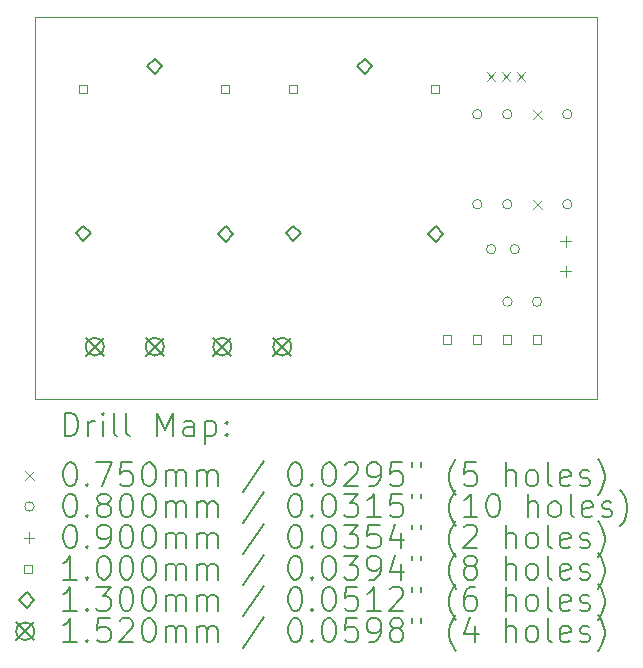
<source format=gbr>
%TF.GenerationSoftware,KiCad,Pcbnew,6.0.10-86aedd382b~118~ubuntu20.04.1*%
%TF.CreationDate,2023-01-04T14:32:27+02:00*%
%TF.ProjectId,PSU controller,50535520-636f-46e7-9472-6f6c6c65722e,rev?*%
%TF.SameCoordinates,Original*%
%TF.FileFunction,Drillmap*%
%TF.FilePolarity,Positive*%
%FSLAX45Y45*%
G04 Gerber Fmt 4.5, Leading zero omitted, Abs format (unit mm)*
G04 Created by KiCad (PCBNEW 6.0.10-86aedd382b~118~ubuntu20.04.1) date 2023-01-04 14:32:27*
%MOMM*%
%LPD*%
G01*
G04 APERTURE LIST*
%ADD10C,0.100000*%
%ADD11C,0.200000*%
%ADD12C,0.075000*%
%ADD13C,0.080000*%
%ADD14C,0.090000*%
%ADD15C,0.130000*%
%ADD16C,0.152000*%
G04 APERTURE END LIST*
D10*
X12446000Y-10922000D02*
X17208500Y-10922000D01*
X17208500Y-12636500D02*
X17208500Y-14160500D01*
X17208500Y-10922000D02*
X17208500Y-12573000D01*
X12446000Y-14160500D02*
X12446000Y-10922000D01*
X17208500Y-12573000D02*
X17208500Y-12636500D01*
X17208500Y-14160500D02*
X12446000Y-14160500D01*
D11*
D12*
X16271042Y-11392500D02*
X16346042Y-11467500D01*
X16346042Y-11392500D02*
X16271042Y-11467500D01*
X16398042Y-11392500D02*
X16473042Y-11467500D01*
X16473042Y-11392500D02*
X16398042Y-11467500D01*
X16525042Y-11392500D02*
X16600042Y-11467500D01*
X16600042Y-11392500D02*
X16525042Y-11467500D01*
X16663000Y-11710500D02*
X16738000Y-11785500D01*
X16738000Y-11710500D02*
X16663000Y-11785500D01*
X16663000Y-12472500D02*
X16738000Y-12547500D01*
X16738000Y-12472500D02*
X16663000Y-12547500D01*
D13*
X16232500Y-11747500D02*
G75*
G03*
X16232500Y-11747500I-40000J0D01*
G01*
X16232500Y-12509500D02*
G75*
G03*
X16232500Y-12509500I-40000J0D01*
G01*
X16350000Y-12890500D02*
G75*
G03*
X16350000Y-12890500I-40000J0D01*
G01*
X16486500Y-11747500D02*
G75*
G03*
X16486500Y-11747500I-40000J0D01*
G01*
X16486500Y-12509500D02*
G75*
G03*
X16486500Y-12509500I-40000J0D01*
G01*
X16488500Y-13335000D02*
G75*
G03*
X16488500Y-13335000I-40000J0D01*
G01*
X16550000Y-12890500D02*
G75*
G03*
X16550000Y-12890500I-40000J0D01*
G01*
X16738500Y-13335000D02*
G75*
G03*
X16738500Y-13335000I-40000J0D01*
G01*
X16994500Y-11747500D02*
G75*
G03*
X16994500Y-11747500I-40000J0D01*
G01*
X16994500Y-12509500D02*
G75*
G03*
X16994500Y-12509500I-40000J0D01*
G01*
D14*
X16941800Y-12779100D02*
X16941800Y-12869100D01*
X16896800Y-12824100D02*
X16986800Y-12824100D01*
X16941800Y-13033100D02*
X16941800Y-13123100D01*
X16896800Y-13078100D02*
X16986800Y-13078100D01*
D10*
X12892356Y-11572356D02*
X12892356Y-11501644D01*
X12821644Y-11501644D01*
X12821644Y-11572356D01*
X12892356Y-11572356D01*
X14092356Y-11572356D02*
X14092356Y-11501644D01*
X14021644Y-11501644D01*
X14021644Y-11572356D01*
X14092356Y-11572356D01*
X14670356Y-11572356D02*
X14670356Y-11501644D01*
X14599644Y-11501644D01*
X14599644Y-11572356D01*
X14670356Y-11572356D01*
X15870356Y-11572356D02*
X15870356Y-11501644D01*
X15799644Y-11501644D01*
X15799644Y-11572356D01*
X15870356Y-11572356D01*
X15972856Y-13690356D02*
X15972856Y-13619644D01*
X15902144Y-13619644D01*
X15902144Y-13690356D01*
X15972856Y-13690356D01*
X16226856Y-13690356D02*
X16226856Y-13619644D01*
X16156144Y-13619644D01*
X16156144Y-13690356D01*
X16226856Y-13690356D01*
X16480856Y-13690356D02*
X16480856Y-13619644D01*
X16410144Y-13619644D01*
X16410144Y-13690356D01*
X16480856Y-13690356D01*
X16734856Y-13690356D02*
X16734856Y-13619644D01*
X16664144Y-13619644D01*
X16664144Y-13690356D01*
X16734856Y-13690356D01*
D15*
X12857000Y-12822000D02*
X12922000Y-12757000D01*
X12857000Y-12692000D01*
X12792000Y-12757000D01*
X12857000Y-12822000D01*
X13462000Y-11407000D02*
X13527000Y-11342000D01*
X13462000Y-11277000D01*
X13397000Y-11342000D01*
X13462000Y-11407000D01*
X14062000Y-12827000D02*
X14127000Y-12762000D01*
X14062000Y-12697000D01*
X13997000Y-12762000D01*
X14062000Y-12827000D01*
X14635000Y-12822000D02*
X14700000Y-12757000D01*
X14635000Y-12692000D01*
X14570000Y-12757000D01*
X14635000Y-12822000D01*
X15240000Y-11407000D02*
X15305000Y-11342000D01*
X15240000Y-11277000D01*
X15175000Y-11342000D01*
X15240000Y-11407000D01*
X15840000Y-12827000D02*
X15905000Y-12762000D01*
X15840000Y-12697000D01*
X15775000Y-12762000D01*
X15840000Y-12827000D01*
D16*
X12878000Y-13640000D02*
X13030000Y-13792000D01*
X13030000Y-13640000D02*
X12878000Y-13792000D01*
X13030000Y-13716000D02*
G75*
G03*
X13030000Y-13716000I-76000J0D01*
G01*
X13386000Y-13640000D02*
X13538000Y-13792000D01*
X13538000Y-13640000D02*
X13386000Y-13792000D01*
X13538000Y-13716000D02*
G75*
G03*
X13538000Y-13716000I-76000J0D01*
G01*
X13957500Y-13640000D02*
X14109500Y-13792000D01*
X14109500Y-13640000D02*
X13957500Y-13792000D01*
X14109500Y-13716000D02*
G75*
G03*
X14109500Y-13716000I-76000J0D01*
G01*
X14465500Y-13640000D02*
X14617500Y-13792000D01*
X14617500Y-13640000D02*
X14465500Y-13792000D01*
X14617500Y-13716000D02*
G75*
G03*
X14617500Y-13716000I-76000J0D01*
G01*
D11*
X12698619Y-14475976D02*
X12698619Y-14275976D01*
X12746238Y-14275976D01*
X12774809Y-14285500D01*
X12793857Y-14304548D01*
X12803381Y-14323595D01*
X12812905Y-14361690D01*
X12812905Y-14390262D01*
X12803381Y-14428357D01*
X12793857Y-14447405D01*
X12774809Y-14466452D01*
X12746238Y-14475976D01*
X12698619Y-14475976D01*
X12898619Y-14475976D02*
X12898619Y-14342643D01*
X12898619Y-14380738D02*
X12908143Y-14361690D01*
X12917667Y-14352167D01*
X12936714Y-14342643D01*
X12955762Y-14342643D01*
X13022428Y-14475976D02*
X13022428Y-14342643D01*
X13022428Y-14275976D02*
X13012905Y-14285500D01*
X13022428Y-14295024D01*
X13031952Y-14285500D01*
X13022428Y-14275976D01*
X13022428Y-14295024D01*
X13146238Y-14475976D02*
X13127190Y-14466452D01*
X13117667Y-14447405D01*
X13117667Y-14275976D01*
X13251000Y-14475976D02*
X13231952Y-14466452D01*
X13222428Y-14447405D01*
X13222428Y-14275976D01*
X13479571Y-14475976D02*
X13479571Y-14275976D01*
X13546238Y-14418833D01*
X13612905Y-14275976D01*
X13612905Y-14475976D01*
X13793857Y-14475976D02*
X13793857Y-14371214D01*
X13784333Y-14352167D01*
X13765286Y-14342643D01*
X13727190Y-14342643D01*
X13708143Y-14352167D01*
X13793857Y-14466452D02*
X13774809Y-14475976D01*
X13727190Y-14475976D01*
X13708143Y-14466452D01*
X13698619Y-14447405D01*
X13698619Y-14428357D01*
X13708143Y-14409309D01*
X13727190Y-14399786D01*
X13774809Y-14399786D01*
X13793857Y-14390262D01*
X13889095Y-14342643D02*
X13889095Y-14542643D01*
X13889095Y-14352167D02*
X13908143Y-14342643D01*
X13946238Y-14342643D01*
X13965286Y-14352167D01*
X13974809Y-14361690D01*
X13984333Y-14380738D01*
X13984333Y-14437881D01*
X13974809Y-14456928D01*
X13965286Y-14466452D01*
X13946238Y-14475976D01*
X13908143Y-14475976D01*
X13889095Y-14466452D01*
X14070048Y-14456928D02*
X14079571Y-14466452D01*
X14070048Y-14475976D01*
X14060524Y-14466452D01*
X14070048Y-14456928D01*
X14070048Y-14475976D01*
X14070048Y-14352167D02*
X14079571Y-14361690D01*
X14070048Y-14371214D01*
X14060524Y-14361690D01*
X14070048Y-14352167D01*
X14070048Y-14371214D01*
D12*
X12366000Y-14768000D02*
X12441000Y-14843000D01*
X12441000Y-14768000D02*
X12366000Y-14843000D01*
D11*
X12736714Y-14695976D02*
X12755762Y-14695976D01*
X12774809Y-14705500D01*
X12784333Y-14715024D01*
X12793857Y-14734071D01*
X12803381Y-14772167D01*
X12803381Y-14819786D01*
X12793857Y-14857881D01*
X12784333Y-14876928D01*
X12774809Y-14886452D01*
X12755762Y-14895976D01*
X12736714Y-14895976D01*
X12717667Y-14886452D01*
X12708143Y-14876928D01*
X12698619Y-14857881D01*
X12689095Y-14819786D01*
X12689095Y-14772167D01*
X12698619Y-14734071D01*
X12708143Y-14715024D01*
X12717667Y-14705500D01*
X12736714Y-14695976D01*
X12889095Y-14876928D02*
X12898619Y-14886452D01*
X12889095Y-14895976D01*
X12879571Y-14886452D01*
X12889095Y-14876928D01*
X12889095Y-14895976D01*
X12965286Y-14695976D02*
X13098619Y-14695976D01*
X13012905Y-14895976D01*
X13270048Y-14695976D02*
X13174809Y-14695976D01*
X13165286Y-14791214D01*
X13174809Y-14781690D01*
X13193857Y-14772167D01*
X13241476Y-14772167D01*
X13260524Y-14781690D01*
X13270048Y-14791214D01*
X13279571Y-14810262D01*
X13279571Y-14857881D01*
X13270048Y-14876928D01*
X13260524Y-14886452D01*
X13241476Y-14895976D01*
X13193857Y-14895976D01*
X13174809Y-14886452D01*
X13165286Y-14876928D01*
X13403381Y-14695976D02*
X13422428Y-14695976D01*
X13441476Y-14705500D01*
X13451000Y-14715024D01*
X13460524Y-14734071D01*
X13470048Y-14772167D01*
X13470048Y-14819786D01*
X13460524Y-14857881D01*
X13451000Y-14876928D01*
X13441476Y-14886452D01*
X13422428Y-14895976D01*
X13403381Y-14895976D01*
X13384333Y-14886452D01*
X13374809Y-14876928D01*
X13365286Y-14857881D01*
X13355762Y-14819786D01*
X13355762Y-14772167D01*
X13365286Y-14734071D01*
X13374809Y-14715024D01*
X13384333Y-14705500D01*
X13403381Y-14695976D01*
X13555762Y-14895976D02*
X13555762Y-14762643D01*
X13555762Y-14781690D02*
X13565286Y-14772167D01*
X13584333Y-14762643D01*
X13612905Y-14762643D01*
X13631952Y-14772167D01*
X13641476Y-14791214D01*
X13641476Y-14895976D01*
X13641476Y-14791214D02*
X13651000Y-14772167D01*
X13670048Y-14762643D01*
X13698619Y-14762643D01*
X13717667Y-14772167D01*
X13727190Y-14791214D01*
X13727190Y-14895976D01*
X13822428Y-14895976D02*
X13822428Y-14762643D01*
X13822428Y-14781690D02*
X13831952Y-14772167D01*
X13851000Y-14762643D01*
X13879571Y-14762643D01*
X13898619Y-14772167D01*
X13908143Y-14791214D01*
X13908143Y-14895976D01*
X13908143Y-14791214D02*
X13917667Y-14772167D01*
X13936714Y-14762643D01*
X13965286Y-14762643D01*
X13984333Y-14772167D01*
X13993857Y-14791214D01*
X13993857Y-14895976D01*
X14384333Y-14686452D02*
X14212905Y-14943595D01*
X14641476Y-14695976D02*
X14660524Y-14695976D01*
X14679571Y-14705500D01*
X14689095Y-14715024D01*
X14698619Y-14734071D01*
X14708143Y-14772167D01*
X14708143Y-14819786D01*
X14698619Y-14857881D01*
X14689095Y-14876928D01*
X14679571Y-14886452D01*
X14660524Y-14895976D01*
X14641476Y-14895976D01*
X14622428Y-14886452D01*
X14612905Y-14876928D01*
X14603381Y-14857881D01*
X14593857Y-14819786D01*
X14593857Y-14772167D01*
X14603381Y-14734071D01*
X14612905Y-14715024D01*
X14622428Y-14705500D01*
X14641476Y-14695976D01*
X14793857Y-14876928D02*
X14803381Y-14886452D01*
X14793857Y-14895976D01*
X14784333Y-14886452D01*
X14793857Y-14876928D01*
X14793857Y-14895976D01*
X14927190Y-14695976D02*
X14946238Y-14695976D01*
X14965286Y-14705500D01*
X14974809Y-14715024D01*
X14984333Y-14734071D01*
X14993857Y-14772167D01*
X14993857Y-14819786D01*
X14984333Y-14857881D01*
X14974809Y-14876928D01*
X14965286Y-14886452D01*
X14946238Y-14895976D01*
X14927190Y-14895976D01*
X14908143Y-14886452D01*
X14898619Y-14876928D01*
X14889095Y-14857881D01*
X14879571Y-14819786D01*
X14879571Y-14772167D01*
X14889095Y-14734071D01*
X14898619Y-14715024D01*
X14908143Y-14705500D01*
X14927190Y-14695976D01*
X15070048Y-14715024D02*
X15079571Y-14705500D01*
X15098619Y-14695976D01*
X15146238Y-14695976D01*
X15165286Y-14705500D01*
X15174809Y-14715024D01*
X15184333Y-14734071D01*
X15184333Y-14753119D01*
X15174809Y-14781690D01*
X15060524Y-14895976D01*
X15184333Y-14895976D01*
X15279571Y-14895976D02*
X15317667Y-14895976D01*
X15336714Y-14886452D01*
X15346238Y-14876928D01*
X15365286Y-14848357D01*
X15374809Y-14810262D01*
X15374809Y-14734071D01*
X15365286Y-14715024D01*
X15355762Y-14705500D01*
X15336714Y-14695976D01*
X15298619Y-14695976D01*
X15279571Y-14705500D01*
X15270048Y-14715024D01*
X15260524Y-14734071D01*
X15260524Y-14781690D01*
X15270048Y-14800738D01*
X15279571Y-14810262D01*
X15298619Y-14819786D01*
X15336714Y-14819786D01*
X15355762Y-14810262D01*
X15365286Y-14800738D01*
X15374809Y-14781690D01*
X15555762Y-14695976D02*
X15460524Y-14695976D01*
X15451000Y-14791214D01*
X15460524Y-14781690D01*
X15479571Y-14772167D01*
X15527190Y-14772167D01*
X15546238Y-14781690D01*
X15555762Y-14791214D01*
X15565286Y-14810262D01*
X15565286Y-14857881D01*
X15555762Y-14876928D01*
X15546238Y-14886452D01*
X15527190Y-14895976D01*
X15479571Y-14895976D01*
X15460524Y-14886452D01*
X15451000Y-14876928D01*
X15641476Y-14695976D02*
X15641476Y-14734071D01*
X15717667Y-14695976D02*
X15717667Y-14734071D01*
X16012905Y-14972167D02*
X16003381Y-14962643D01*
X15984333Y-14934071D01*
X15974809Y-14915024D01*
X15965286Y-14886452D01*
X15955762Y-14838833D01*
X15955762Y-14800738D01*
X15965286Y-14753119D01*
X15974809Y-14724548D01*
X15984333Y-14705500D01*
X16003381Y-14676928D01*
X16012905Y-14667405D01*
X16184333Y-14695976D02*
X16089095Y-14695976D01*
X16079571Y-14791214D01*
X16089095Y-14781690D01*
X16108143Y-14772167D01*
X16155762Y-14772167D01*
X16174809Y-14781690D01*
X16184333Y-14791214D01*
X16193857Y-14810262D01*
X16193857Y-14857881D01*
X16184333Y-14876928D01*
X16174809Y-14886452D01*
X16155762Y-14895976D01*
X16108143Y-14895976D01*
X16089095Y-14886452D01*
X16079571Y-14876928D01*
X16431952Y-14895976D02*
X16431952Y-14695976D01*
X16517667Y-14895976D02*
X16517667Y-14791214D01*
X16508143Y-14772167D01*
X16489095Y-14762643D01*
X16460524Y-14762643D01*
X16441476Y-14772167D01*
X16431952Y-14781690D01*
X16641476Y-14895976D02*
X16622428Y-14886452D01*
X16612905Y-14876928D01*
X16603381Y-14857881D01*
X16603381Y-14800738D01*
X16612905Y-14781690D01*
X16622428Y-14772167D01*
X16641476Y-14762643D01*
X16670048Y-14762643D01*
X16689095Y-14772167D01*
X16698619Y-14781690D01*
X16708143Y-14800738D01*
X16708143Y-14857881D01*
X16698619Y-14876928D01*
X16689095Y-14886452D01*
X16670048Y-14895976D01*
X16641476Y-14895976D01*
X16822429Y-14895976D02*
X16803381Y-14886452D01*
X16793857Y-14867405D01*
X16793857Y-14695976D01*
X16974810Y-14886452D02*
X16955762Y-14895976D01*
X16917667Y-14895976D01*
X16898619Y-14886452D01*
X16889095Y-14867405D01*
X16889095Y-14791214D01*
X16898619Y-14772167D01*
X16917667Y-14762643D01*
X16955762Y-14762643D01*
X16974810Y-14772167D01*
X16984333Y-14791214D01*
X16984333Y-14810262D01*
X16889095Y-14829309D01*
X17060524Y-14886452D02*
X17079571Y-14895976D01*
X17117667Y-14895976D01*
X17136714Y-14886452D01*
X17146238Y-14867405D01*
X17146238Y-14857881D01*
X17136714Y-14838833D01*
X17117667Y-14829309D01*
X17089095Y-14829309D01*
X17070048Y-14819786D01*
X17060524Y-14800738D01*
X17060524Y-14791214D01*
X17070048Y-14772167D01*
X17089095Y-14762643D01*
X17117667Y-14762643D01*
X17136714Y-14772167D01*
X17212905Y-14972167D02*
X17222429Y-14962643D01*
X17241476Y-14934071D01*
X17251000Y-14915024D01*
X17260524Y-14886452D01*
X17270048Y-14838833D01*
X17270048Y-14800738D01*
X17260524Y-14753119D01*
X17251000Y-14724548D01*
X17241476Y-14705500D01*
X17222429Y-14676928D01*
X17212905Y-14667405D01*
D13*
X12441000Y-15069500D02*
G75*
G03*
X12441000Y-15069500I-40000J0D01*
G01*
D11*
X12736714Y-14959976D02*
X12755762Y-14959976D01*
X12774809Y-14969500D01*
X12784333Y-14979024D01*
X12793857Y-14998071D01*
X12803381Y-15036167D01*
X12803381Y-15083786D01*
X12793857Y-15121881D01*
X12784333Y-15140928D01*
X12774809Y-15150452D01*
X12755762Y-15159976D01*
X12736714Y-15159976D01*
X12717667Y-15150452D01*
X12708143Y-15140928D01*
X12698619Y-15121881D01*
X12689095Y-15083786D01*
X12689095Y-15036167D01*
X12698619Y-14998071D01*
X12708143Y-14979024D01*
X12717667Y-14969500D01*
X12736714Y-14959976D01*
X12889095Y-15140928D02*
X12898619Y-15150452D01*
X12889095Y-15159976D01*
X12879571Y-15150452D01*
X12889095Y-15140928D01*
X12889095Y-15159976D01*
X13012905Y-15045690D02*
X12993857Y-15036167D01*
X12984333Y-15026643D01*
X12974809Y-15007595D01*
X12974809Y-14998071D01*
X12984333Y-14979024D01*
X12993857Y-14969500D01*
X13012905Y-14959976D01*
X13051000Y-14959976D01*
X13070048Y-14969500D01*
X13079571Y-14979024D01*
X13089095Y-14998071D01*
X13089095Y-15007595D01*
X13079571Y-15026643D01*
X13070048Y-15036167D01*
X13051000Y-15045690D01*
X13012905Y-15045690D01*
X12993857Y-15055214D01*
X12984333Y-15064738D01*
X12974809Y-15083786D01*
X12974809Y-15121881D01*
X12984333Y-15140928D01*
X12993857Y-15150452D01*
X13012905Y-15159976D01*
X13051000Y-15159976D01*
X13070048Y-15150452D01*
X13079571Y-15140928D01*
X13089095Y-15121881D01*
X13089095Y-15083786D01*
X13079571Y-15064738D01*
X13070048Y-15055214D01*
X13051000Y-15045690D01*
X13212905Y-14959976D02*
X13231952Y-14959976D01*
X13251000Y-14969500D01*
X13260524Y-14979024D01*
X13270048Y-14998071D01*
X13279571Y-15036167D01*
X13279571Y-15083786D01*
X13270048Y-15121881D01*
X13260524Y-15140928D01*
X13251000Y-15150452D01*
X13231952Y-15159976D01*
X13212905Y-15159976D01*
X13193857Y-15150452D01*
X13184333Y-15140928D01*
X13174809Y-15121881D01*
X13165286Y-15083786D01*
X13165286Y-15036167D01*
X13174809Y-14998071D01*
X13184333Y-14979024D01*
X13193857Y-14969500D01*
X13212905Y-14959976D01*
X13403381Y-14959976D02*
X13422428Y-14959976D01*
X13441476Y-14969500D01*
X13451000Y-14979024D01*
X13460524Y-14998071D01*
X13470048Y-15036167D01*
X13470048Y-15083786D01*
X13460524Y-15121881D01*
X13451000Y-15140928D01*
X13441476Y-15150452D01*
X13422428Y-15159976D01*
X13403381Y-15159976D01*
X13384333Y-15150452D01*
X13374809Y-15140928D01*
X13365286Y-15121881D01*
X13355762Y-15083786D01*
X13355762Y-15036167D01*
X13365286Y-14998071D01*
X13374809Y-14979024D01*
X13384333Y-14969500D01*
X13403381Y-14959976D01*
X13555762Y-15159976D02*
X13555762Y-15026643D01*
X13555762Y-15045690D02*
X13565286Y-15036167D01*
X13584333Y-15026643D01*
X13612905Y-15026643D01*
X13631952Y-15036167D01*
X13641476Y-15055214D01*
X13641476Y-15159976D01*
X13641476Y-15055214D02*
X13651000Y-15036167D01*
X13670048Y-15026643D01*
X13698619Y-15026643D01*
X13717667Y-15036167D01*
X13727190Y-15055214D01*
X13727190Y-15159976D01*
X13822428Y-15159976D02*
X13822428Y-15026643D01*
X13822428Y-15045690D02*
X13831952Y-15036167D01*
X13851000Y-15026643D01*
X13879571Y-15026643D01*
X13898619Y-15036167D01*
X13908143Y-15055214D01*
X13908143Y-15159976D01*
X13908143Y-15055214D02*
X13917667Y-15036167D01*
X13936714Y-15026643D01*
X13965286Y-15026643D01*
X13984333Y-15036167D01*
X13993857Y-15055214D01*
X13993857Y-15159976D01*
X14384333Y-14950452D02*
X14212905Y-15207595D01*
X14641476Y-14959976D02*
X14660524Y-14959976D01*
X14679571Y-14969500D01*
X14689095Y-14979024D01*
X14698619Y-14998071D01*
X14708143Y-15036167D01*
X14708143Y-15083786D01*
X14698619Y-15121881D01*
X14689095Y-15140928D01*
X14679571Y-15150452D01*
X14660524Y-15159976D01*
X14641476Y-15159976D01*
X14622428Y-15150452D01*
X14612905Y-15140928D01*
X14603381Y-15121881D01*
X14593857Y-15083786D01*
X14593857Y-15036167D01*
X14603381Y-14998071D01*
X14612905Y-14979024D01*
X14622428Y-14969500D01*
X14641476Y-14959976D01*
X14793857Y-15140928D02*
X14803381Y-15150452D01*
X14793857Y-15159976D01*
X14784333Y-15150452D01*
X14793857Y-15140928D01*
X14793857Y-15159976D01*
X14927190Y-14959976D02*
X14946238Y-14959976D01*
X14965286Y-14969500D01*
X14974809Y-14979024D01*
X14984333Y-14998071D01*
X14993857Y-15036167D01*
X14993857Y-15083786D01*
X14984333Y-15121881D01*
X14974809Y-15140928D01*
X14965286Y-15150452D01*
X14946238Y-15159976D01*
X14927190Y-15159976D01*
X14908143Y-15150452D01*
X14898619Y-15140928D01*
X14889095Y-15121881D01*
X14879571Y-15083786D01*
X14879571Y-15036167D01*
X14889095Y-14998071D01*
X14898619Y-14979024D01*
X14908143Y-14969500D01*
X14927190Y-14959976D01*
X15060524Y-14959976D02*
X15184333Y-14959976D01*
X15117667Y-15036167D01*
X15146238Y-15036167D01*
X15165286Y-15045690D01*
X15174809Y-15055214D01*
X15184333Y-15074262D01*
X15184333Y-15121881D01*
X15174809Y-15140928D01*
X15165286Y-15150452D01*
X15146238Y-15159976D01*
X15089095Y-15159976D01*
X15070048Y-15150452D01*
X15060524Y-15140928D01*
X15374809Y-15159976D02*
X15260524Y-15159976D01*
X15317667Y-15159976D02*
X15317667Y-14959976D01*
X15298619Y-14988548D01*
X15279571Y-15007595D01*
X15260524Y-15017119D01*
X15555762Y-14959976D02*
X15460524Y-14959976D01*
X15451000Y-15055214D01*
X15460524Y-15045690D01*
X15479571Y-15036167D01*
X15527190Y-15036167D01*
X15546238Y-15045690D01*
X15555762Y-15055214D01*
X15565286Y-15074262D01*
X15565286Y-15121881D01*
X15555762Y-15140928D01*
X15546238Y-15150452D01*
X15527190Y-15159976D01*
X15479571Y-15159976D01*
X15460524Y-15150452D01*
X15451000Y-15140928D01*
X15641476Y-14959976D02*
X15641476Y-14998071D01*
X15717667Y-14959976D02*
X15717667Y-14998071D01*
X16012905Y-15236167D02*
X16003381Y-15226643D01*
X15984333Y-15198071D01*
X15974809Y-15179024D01*
X15965286Y-15150452D01*
X15955762Y-15102833D01*
X15955762Y-15064738D01*
X15965286Y-15017119D01*
X15974809Y-14988548D01*
X15984333Y-14969500D01*
X16003381Y-14940928D01*
X16012905Y-14931405D01*
X16193857Y-15159976D02*
X16079571Y-15159976D01*
X16136714Y-15159976D02*
X16136714Y-14959976D01*
X16117667Y-14988548D01*
X16098619Y-15007595D01*
X16079571Y-15017119D01*
X16317667Y-14959976D02*
X16336714Y-14959976D01*
X16355762Y-14969500D01*
X16365286Y-14979024D01*
X16374809Y-14998071D01*
X16384333Y-15036167D01*
X16384333Y-15083786D01*
X16374809Y-15121881D01*
X16365286Y-15140928D01*
X16355762Y-15150452D01*
X16336714Y-15159976D01*
X16317667Y-15159976D01*
X16298619Y-15150452D01*
X16289095Y-15140928D01*
X16279571Y-15121881D01*
X16270048Y-15083786D01*
X16270048Y-15036167D01*
X16279571Y-14998071D01*
X16289095Y-14979024D01*
X16298619Y-14969500D01*
X16317667Y-14959976D01*
X16622428Y-15159976D02*
X16622428Y-14959976D01*
X16708143Y-15159976D02*
X16708143Y-15055214D01*
X16698619Y-15036167D01*
X16679571Y-15026643D01*
X16651000Y-15026643D01*
X16631952Y-15036167D01*
X16622428Y-15045690D01*
X16831952Y-15159976D02*
X16812905Y-15150452D01*
X16803381Y-15140928D01*
X16793857Y-15121881D01*
X16793857Y-15064738D01*
X16803381Y-15045690D01*
X16812905Y-15036167D01*
X16831952Y-15026643D01*
X16860524Y-15026643D01*
X16879571Y-15036167D01*
X16889095Y-15045690D01*
X16898619Y-15064738D01*
X16898619Y-15121881D01*
X16889095Y-15140928D01*
X16879571Y-15150452D01*
X16860524Y-15159976D01*
X16831952Y-15159976D01*
X17012905Y-15159976D02*
X16993857Y-15150452D01*
X16984333Y-15131405D01*
X16984333Y-14959976D01*
X17165286Y-15150452D02*
X17146238Y-15159976D01*
X17108143Y-15159976D01*
X17089095Y-15150452D01*
X17079571Y-15131405D01*
X17079571Y-15055214D01*
X17089095Y-15036167D01*
X17108143Y-15026643D01*
X17146238Y-15026643D01*
X17165286Y-15036167D01*
X17174810Y-15055214D01*
X17174810Y-15074262D01*
X17079571Y-15093309D01*
X17251000Y-15150452D02*
X17270048Y-15159976D01*
X17308143Y-15159976D01*
X17327190Y-15150452D01*
X17336714Y-15131405D01*
X17336714Y-15121881D01*
X17327190Y-15102833D01*
X17308143Y-15093309D01*
X17279571Y-15093309D01*
X17260524Y-15083786D01*
X17251000Y-15064738D01*
X17251000Y-15055214D01*
X17260524Y-15036167D01*
X17279571Y-15026643D01*
X17308143Y-15026643D01*
X17327190Y-15036167D01*
X17403381Y-15236167D02*
X17412905Y-15226643D01*
X17431952Y-15198071D01*
X17441476Y-15179024D01*
X17451000Y-15150452D01*
X17460524Y-15102833D01*
X17460524Y-15064738D01*
X17451000Y-15017119D01*
X17441476Y-14988548D01*
X17431952Y-14969500D01*
X17412905Y-14940928D01*
X17403381Y-14931405D01*
D14*
X12396000Y-15288500D02*
X12396000Y-15378500D01*
X12351000Y-15333500D02*
X12441000Y-15333500D01*
D11*
X12736714Y-15223976D02*
X12755762Y-15223976D01*
X12774809Y-15233500D01*
X12784333Y-15243024D01*
X12793857Y-15262071D01*
X12803381Y-15300167D01*
X12803381Y-15347786D01*
X12793857Y-15385881D01*
X12784333Y-15404928D01*
X12774809Y-15414452D01*
X12755762Y-15423976D01*
X12736714Y-15423976D01*
X12717667Y-15414452D01*
X12708143Y-15404928D01*
X12698619Y-15385881D01*
X12689095Y-15347786D01*
X12689095Y-15300167D01*
X12698619Y-15262071D01*
X12708143Y-15243024D01*
X12717667Y-15233500D01*
X12736714Y-15223976D01*
X12889095Y-15404928D02*
X12898619Y-15414452D01*
X12889095Y-15423976D01*
X12879571Y-15414452D01*
X12889095Y-15404928D01*
X12889095Y-15423976D01*
X12993857Y-15423976D02*
X13031952Y-15423976D01*
X13051000Y-15414452D01*
X13060524Y-15404928D01*
X13079571Y-15376357D01*
X13089095Y-15338262D01*
X13089095Y-15262071D01*
X13079571Y-15243024D01*
X13070048Y-15233500D01*
X13051000Y-15223976D01*
X13012905Y-15223976D01*
X12993857Y-15233500D01*
X12984333Y-15243024D01*
X12974809Y-15262071D01*
X12974809Y-15309690D01*
X12984333Y-15328738D01*
X12993857Y-15338262D01*
X13012905Y-15347786D01*
X13051000Y-15347786D01*
X13070048Y-15338262D01*
X13079571Y-15328738D01*
X13089095Y-15309690D01*
X13212905Y-15223976D02*
X13231952Y-15223976D01*
X13251000Y-15233500D01*
X13260524Y-15243024D01*
X13270048Y-15262071D01*
X13279571Y-15300167D01*
X13279571Y-15347786D01*
X13270048Y-15385881D01*
X13260524Y-15404928D01*
X13251000Y-15414452D01*
X13231952Y-15423976D01*
X13212905Y-15423976D01*
X13193857Y-15414452D01*
X13184333Y-15404928D01*
X13174809Y-15385881D01*
X13165286Y-15347786D01*
X13165286Y-15300167D01*
X13174809Y-15262071D01*
X13184333Y-15243024D01*
X13193857Y-15233500D01*
X13212905Y-15223976D01*
X13403381Y-15223976D02*
X13422428Y-15223976D01*
X13441476Y-15233500D01*
X13451000Y-15243024D01*
X13460524Y-15262071D01*
X13470048Y-15300167D01*
X13470048Y-15347786D01*
X13460524Y-15385881D01*
X13451000Y-15404928D01*
X13441476Y-15414452D01*
X13422428Y-15423976D01*
X13403381Y-15423976D01*
X13384333Y-15414452D01*
X13374809Y-15404928D01*
X13365286Y-15385881D01*
X13355762Y-15347786D01*
X13355762Y-15300167D01*
X13365286Y-15262071D01*
X13374809Y-15243024D01*
X13384333Y-15233500D01*
X13403381Y-15223976D01*
X13555762Y-15423976D02*
X13555762Y-15290643D01*
X13555762Y-15309690D02*
X13565286Y-15300167D01*
X13584333Y-15290643D01*
X13612905Y-15290643D01*
X13631952Y-15300167D01*
X13641476Y-15319214D01*
X13641476Y-15423976D01*
X13641476Y-15319214D02*
X13651000Y-15300167D01*
X13670048Y-15290643D01*
X13698619Y-15290643D01*
X13717667Y-15300167D01*
X13727190Y-15319214D01*
X13727190Y-15423976D01*
X13822428Y-15423976D02*
X13822428Y-15290643D01*
X13822428Y-15309690D02*
X13831952Y-15300167D01*
X13851000Y-15290643D01*
X13879571Y-15290643D01*
X13898619Y-15300167D01*
X13908143Y-15319214D01*
X13908143Y-15423976D01*
X13908143Y-15319214D02*
X13917667Y-15300167D01*
X13936714Y-15290643D01*
X13965286Y-15290643D01*
X13984333Y-15300167D01*
X13993857Y-15319214D01*
X13993857Y-15423976D01*
X14384333Y-15214452D02*
X14212905Y-15471595D01*
X14641476Y-15223976D02*
X14660524Y-15223976D01*
X14679571Y-15233500D01*
X14689095Y-15243024D01*
X14698619Y-15262071D01*
X14708143Y-15300167D01*
X14708143Y-15347786D01*
X14698619Y-15385881D01*
X14689095Y-15404928D01*
X14679571Y-15414452D01*
X14660524Y-15423976D01*
X14641476Y-15423976D01*
X14622428Y-15414452D01*
X14612905Y-15404928D01*
X14603381Y-15385881D01*
X14593857Y-15347786D01*
X14593857Y-15300167D01*
X14603381Y-15262071D01*
X14612905Y-15243024D01*
X14622428Y-15233500D01*
X14641476Y-15223976D01*
X14793857Y-15404928D02*
X14803381Y-15414452D01*
X14793857Y-15423976D01*
X14784333Y-15414452D01*
X14793857Y-15404928D01*
X14793857Y-15423976D01*
X14927190Y-15223976D02*
X14946238Y-15223976D01*
X14965286Y-15233500D01*
X14974809Y-15243024D01*
X14984333Y-15262071D01*
X14993857Y-15300167D01*
X14993857Y-15347786D01*
X14984333Y-15385881D01*
X14974809Y-15404928D01*
X14965286Y-15414452D01*
X14946238Y-15423976D01*
X14927190Y-15423976D01*
X14908143Y-15414452D01*
X14898619Y-15404928D01*
X14889095Y-15385881D01*
X14879571Y-15347786D01*
X14879571Y-15300167D01*
X14889095Y-15262071D01*
X14898619Y-15243024D01*
X14908143Y-15233500D01*
X14927190Y-15223976D01*
X15060524Y-15223976D02*
X15184333Y-15223976D01*
X15117667Y-15300167D01*
X15146238Y-15300167D01*
X15165286Y-15309690D01*
X15174809Y-15319214D01*
X15184333Y-15338262D01*
X15184333Y-15385881D01*
X15174809Y-15404928D01*
X15165286Y-15414452D01*
X15146238Y-15423976D01*
X15089095Y-15423976D01*
X15070048Y-15414452D01*
X15060524Y-15404928D01*
X15365286Y-15223976D02*
X15270048Y-15223976D01*
X15260524Y-15319214D01*
X15270048Y-15309690D01*
X15289095Y-15300167D01*
X15336714Y-15300167D01*
X15355762Y-15309690D01*
X15365286Y-15319214D01*
X15374809Y-15338262D01*
X15374809Y-15385881D01*
X15365286Y-15404928D01*
X15355762Y-15414452D01*
X15336714Y-15423976D01*
X15289095Y-15423976D01*
X15270048Y-15414452D01*
X15260524Y-15404928D01*
X15546238Y-15290643D02*
X15546238Y-15423976D01*
X15498619Y-15214452D02*
X15451000Y-15357309D01*
X15574809Y-15357309D01*
X15641476Y-15223976D02*
X15641476Y-15262071D01*
X15717667Y-15223976D02*
X15717667Y-15262071D01*
X16012905Y-15500167D02*
X16003381Y-15490643D01*
X15984333Y-15462071D01*
X15974809Y-15443024D01*
X15965286Y-15414452D01*
X15955762Y-15366833D01*
X15955762Y-15328738D01*
X15965286Y-15281119D01*
X15974809Y-15252548D01*
X15984333Y-15233500D01*
X16003381Y-15204928D01*
X16012905Y-15195405D01*
X16079571Y-15243024D02*
X16089095Y-15233500D01*
X16108143Y-15223976D01*
X16155762Y-15223976D01*
X16174809Y-15233500D01*
X16184333Y-15243024D01*
X16193857Y-15262071D01*
X16193857Y-15281119D01*
X16184333Y-15309690D01*
X16070048Y-15423976D01*
X16193857Y-15423976D01*
X16431952Y-15423976D02*
X16431952Y-15223976D01*
X16517667Y-15423976D02*
X16517667Y-15319214D01*
X16508143Y-15300167D01*
X16489095Y-15290643D01*
X16460524Y-15290643D01*
X16441476Y-15300167D01*
X16431952Y-15309690D01*
X16641476Y-15423976D02*
X16622428Y-15414452D01*
X16612905Y-15404928D01*
X16603381Y-15385881D01*
X16603381Y-15328738D01*
X16612905Y-15309690D01*
X16622428Y-15300167D01*
X16641476Y-15290643D01*
X16670048Y-15290643D01*
X16689095Y-15300167D01*
X16698619Y-15309690D01*
X16708143Y-15328738D01*
X16708143Y-15385881D01*
X16698619Y-15404928D01*
X16689095Y-15414452D01*
X16670048Y-15423976D01*
X16641476Y-15423976D01*
X16822429Y-15423976D02*
X16803381Y-15414452D01*
X16793857Y-15395405D01*
X16793857Y-15223976D01*
X16974810Y-15414452D02*
X16955762Y-15423976D01*
X16917667Y-15423976D01*
X16898619Y-15414452D01*
X16889095Y-15395405D01*
X16889095Y-15319214D01*
X16898619Y-15300167D01*
X16917667Y-15290643D01*
X16955762Y-15290643D01*
X16974810Y-15300167D01*
X16984333Y-15319214D01*
X16984333Y-15338262D01*
X16889095Y-15357309D01*
X17060524Y-15414452D02*
X17079571Y-15423976D01*
X17117667Y-15423976D01*
X17136714Y-15414452D01*
X17146238Y-15395405D01*
X17146238Y-15385881D01*
X17136714Y-15366833D01*
X17117667Y-15357309D01*
X17089095Y-15357309D01*
X17070048Y-15347786D01*
X17060524Y-15328738D01*
X17060524Y-15319214D01*
X17070048Y-15300167D01*
X17089095Y-15290643D01*
X17117667Y-15290643D01*
X17136714Y-15300167D01*
X17212905Y-15500167D02*
X17222429Y-15490643D01*
X17241476Y-15462071D01*
X17251000Y-15443024D01*
X17260524Y-15414452D01*
X17270048Y-15366833D01*
X17270048Y-15328738D01*
X17260524Y-15281119D01*
X17251000Y-15252548D01*
X17241476Y-15233500D01*
X17222429Y-15204928D01*
X17212905Y-15195405D01*
D10*
X12426356Y-15632856D02*
X12426356Y-15562144D01*
X12355644Y-15562144D01*
X12355644Y-15632856D01*
X12426356Y-15632856D01*
D11*
X12803381Y-15687976D02*
X12689095Y-15687976D01*
X12746238Y-15687976D02*
X12746238Y-15487976D01*
X12727190Y-15516548D01*
X12708143Y-15535595D01*
X12689095Y-15545119D01*
X12889095Y-15668928D02*
X12898619Y-15678452D01*
X12889095Y-15687976D01*
X12879571Y-15678452D01*
X12889095Y-15668928D01*
X12889095Y-15687976D01*
X13022428Y-15487976D02*
X13041476Y-15487976D01*
X13060524Y-15497500D01*
X13070048Y-15507024D01*
X13079571Y-15526071D01*
X13089095Y-15564167D01*
X13089095Y-15611786D01*
X13079571Y-15649881D01*
X13070048Y-15668928D01*
X13060524Y-15678452D01*
X13041476Y-15687976D01*
X13022428Y-15687976D01*
X13003381Y-15678452D01*
X12993857Y-15668928D01*
X12984333Y-15649881D01*
X12974809Y-15611786D01*
X12974809Y-15564167D01*
X12984333Y-15526071D01*
X12993857Y-15507024D01*
X13003381Y-15497500D01*
X13022428Y-15487976D01*
X13212905Y-15487976D02*
X13231952Y-15487976D01*
X13251000Y-15497500D01*
X13260524Y-15507024D01*
X13270048Y-15526071D01*
X13279571Y-15564167D01*
X13279571Y-15611786D01*
X13270048Y-15649881D01*
X13260524Y-15668928D01*
X13251000Y-15678452D01*
X13231952Y-15687976D01*
X13212905Y-15687976D01*
X13193857Y-15678452D01*
X13184333Y-15668928D01*
X13174809Y-15649881D01*
X13165286Y-15611786D01*
X13165286Y-15564167D01*
X13174809Y-15526071D01*
X13184333Y-15507024D01*
X13193857Y-15497500D01*
X13212905Y-15487976D01*
X13403381Y-15487976D02*
X13422428Y-15487976D01*
X13441476Y-15497500D01*
X13451000Y-15507024D01*
X13460524Y-15526071D01*
X13470048Y-15564167D01*
X13470048Y-15611786D01*
X13460524Y-15649881D01*
X13451000Y-15668928D01*
X13441476Y-15678452D01*
X13422428Y-15687976D01*
X13403381Y-15687976D01*
X13384333Y-15678452D01*
X13374809Y-15668928D01*
X13365286Y-15649881D01*
X13355762Y-15611786D01*
X13355762Y-15564167D01*
X13365286Y-15526071D01*
X13374809Y-15507024D01*
X13384333Y-15497500D01*
X13403381Y-15487976D01*
X13555762Y-15687976D02*
X13555762Y-15554643D01*
X13555762Y-15573690D02*
X13565286Y-15564167D01*
X13584333Y-15554643D01*
X13612905Y-15554643D01*
X13631952Y-15564167D01*
X13641476Y-15583214D01*
X13641476Y-15687976D01*
X13641476Y-15583214D02*
X13651000Y-15564167D01*
X13670048Y-15554643D01*
X13698619Y-15554643D01*
X13717667Y-15564167D01*
X13727190Y-15583214D01*
X13727190Y-15687976D01*
X13822428Y-15687976D02*
X13822428Y-15554643D01*
X13822428Y-15573690D02*
X13831952Y-15564167D01*
X13851000Y-15554643D01*
X13879571Y-15554643D01*
X13898619Y-15564167D01*
X13908143Y-15583214D01*
X13908143Y-15687976D01*
X13908143Y-15583214D02*
X13917667Y-15564167D01*
X13936714Y-15554643D01*
X13965286Y-15554643D01*
X13984333Y-15564167D01*
X13993857Y-15583214D01*
X13993857Y-15687976D01*
X14384333Y-15478452D02*
X14212905Y-15735595D01*
X14641476Y-15487976D02*
X14660524Y-15487976D01*
X14679571Y-15497500D01*
X14689095Y-15507024D01*
X14698619Y-15526071D01*
X14708143Y-15564167D01*
X14708143Y-15611786D01*
X14698619Y-15649881D01*
X14689095Y-15668928D01*
X14679571Y-15678452D01*
X14660524Y-15687976D01*
X14641476Y-15687976D01*
X14622428Y-15678452D01*
X14612905Y-15668928D01*
X14603381Y-15649881D01*
X14593857Y-15611786D01*
X14593857Y-15564167D01*
X14603381Y-15526071D01*
X14612905Y-15507024D01*
X14622428Y-15497500D01*
X14641476Y-15487976D01*
X14793857Y-15668928D02*
X14803381Y-15678452D01*
X14793857Y-15687976D01*
X14784333Y-15678452D01*
X14793857Y-15668928D01*
X14793857Y-15687976D01*
X14927190Y-15487976D02*
X14946238Y-15487976D01*
X14965286Y-15497500D01*
X14974809Y-15507024D01*
X14984333Y-15526071D01*
X14993857Y-15564167D01*
X14993857Y-15611786D01*
X14984333Y-15649881D01*
X14974809Y-15668928D01*
X14965286Y-15678452D01*
X14946238Y-15687976D01*
X14927190Y-15687976D01*
X14908143Y-15678452D01*
X14898619Y-15668928D01*
X14889095Y-15649881D01*
X14879571Y-15611786D01*
X14879571Y-15564167D01*
X14889095Y-15526071D01*
X14898619Y-15507024D01*
X14908143Y-15497500D01*
X14927190Y-15487976D01*
X15060524Y-15487976D02*
X15184333Y-15487976D01*
X15117667Y-15564167D01*
X15146238Y-15564167D01*
X15165286Y-15573690D01*
X15174809Y-15583214D01*
X15184333Y-15602262D01*
X15184333Y-15649881D01*
X15174809Y-15668928D01*
X15165286Y-15678452D01*
X15146238Y-15687976D01*
X15089095Y-15687976D01*
X15070048Y-15678452D01*
X15060524Y-15668928D01*
X15279571Y-15687976D02*
X15317667Y-15687976D01*
X15336714Y-15678452D01*
X15346238Y-15668928D01*
X15365286Y-15640357D01*
X15374809Y-15602262D01*
X15374809Y-15526071D01*
X15365286Y-15507024D01*
X15355762Y-15497500D01*
X15336714Y-15487976D01*
X15298619Y-15487976D01*
X15279571Y-15497500D01*
X15270048Y-15507024D01*
X15260524Y-15526071D01*
X15260524Y-15573690D01*
X15270048Y-15592738D01*
X15279571Y-15602262D01*
X15298619Y-15611786D01*
X15336714Y-15611786D01*
X15355762Y-15602262D01*
X15365286Y-15592738D01*
X15374809Y-15573690D01*
X15546238Y-15554643D02*
X15546238Y-15687976D01*
X15498619Y-15478452D02*
X15451000Y-15621309D01*
X15574809Y-15621309D01*
X15641476Y-15487976D02*
X15641476Y-15526071D01*
X15717667Y-15487976D02*
X15717667Y-15526071D01*
X16012905Y-15764167D02*
X16003381Y-15754643D01*
X15984333Y-15726071D01*
X15974809Y-15707024D01*
X15965286Y-15678452D01*
X15955762Y-15630833D01*
X15955762Y-15592738D01*
X15965286Y-15545119D01*
X15974809Y-15516548D01*
X15984333Y-15497500D01*
X16003381Y-15468928D01*
X16012905Y-15459405D01*
X16117667Y-15573690D02*
X16098619Y-15564167D01*
X16089095Y-15554643D01*
X16079571Y-15535595D01*
X16079571Y-15526071D01*
X16089095Y-15507024D01*
X16098619Y-15497500D01*
X16117667Y-15487976D01*
X16155762Y-15487976D01*
X16174809Y-15497500D01*
X16184333Y-15507024D01*
X16193857Y-15526071D01*
X16193857Y-15535595D01*
X16184333Y-15554643D01*
X16174809Y-15564167D01*
X16155762Y-15573690D01*
X16117667Y-15573690D01*
X16098619Y-15583214D01*
X16089095Y-15592738D01*
X16079571Y-15611786D01*
X16079571Y-15649881D01*
X16089095Y-15668928D01*
X16098619Y-15678452D01*
X16117667Y-15687976D01*
X16155762Y-15687976D01*
X16174809Y-15678452D01*
X16184333Y-15668928D01*
X16193857Y-15649881D01*
X16193857Y-15611786D01*
X16184333Y-15592738D01*
X16174809Y-15583214D01*
X16155762Y-15573690D01*
X16431952Y-15687976D02*
X16431952Y-15487976D01*
X16517667Y-15687976D02*
X16517667Y-15583214D01*
X16508143Y-15564167D01*
X16489095Y-15554643D01*
X16460524Y-15554643D01*
X16441476Y-15564167D01*
X16431952Y-15573690D01*
X16641476Y-15687976D02*
X16622428Y-15678452D01*
X16612905Y-15668928D01*
X16603381Y-15649881D01*
X16603381Y-15592738D01*
X16612905Y-15573690D01*
X16622428Y-15564167D01*
X16641476Y-15554643D01*
X16670048Y-15554643D01*
X16689095Y-15564167D01*
X16698619Y-15573690D01*
X16708143Y-15592738D01*
X16708143Y-15649881D01*
X16698619Y-15668928D01*
X16689095Y-15678452D01*
X16670048Y-15687976D01*
X16641476Y-15687976D01*
X16822429Y-15687976D02*
X16803381Y-15678452D01*
X16793857Y-15659405D01*
X16793857Y-15487976D01*
X16974810Y-15678452D02*
X16955762Y-15687976D01*
X16917667Y-15687976D01*
X16898619Y-15678452D01*
X16889095Y-15659405D01*
X16889095Y-15583214D01*
X16898619Y-15564167D01*
X16917667Y-15554643D01*
X16955762Y-15554643D01*
X16974810Y-15564167D01*
X16984333Y-15583214D01*
X16984333Y-15602262D01*
X16889095Y-15621309D01*
X17060524Y-15678452D02*
X17079571Y-15687976D01*
X17117667Y-15687976D01*
X17136714Y-15678452D01*
X17146238Y-15659405D01*
X17146238Y-15649881D01*
X17136714Y-15630833D01*
X17117667Y-15621309D01*
X17089095Y-15621309D01*
X17070048Y-15611786D01*
X17060524Y-15592738D01*
X17060524Y-15583214D01*
X17070048Y-15564167D01*
X17089095Y-15554643D01*
X17117667Y-15554643D01*
X17136714Y-15564167D01*
X17212905Y-15764167D02*
X17222429Y-15754643D01*
X17241476Y-15726071D01*
X17251000Y-15707024D01*
X17260524Y-15678452D01*
X17270048Y-15630833D01*
X17270048Y-15592738D01*
X17260524Y-15545119D01*
X17251000Y-15516548D01*
X17241476Y-15497500D01*
X17222429Y-15468928D01*
X17212905Y-15459405D01*
D15*
X12376000Y-15926500D02*
X12441000Y-15861500D01*
X12376000Y-15796500D01*
X12311000Y-15861500D01*
X12376000Y-15926500D01*
D11*
X12803381Y-15951976D02*
X12689095Y-15951976D01*
X12746238Y-15951976D02*
X12746238Y-15751976D01*
X12727190Y-15780548D01*
X12708143Y-15799595D01*
X12689095Y-15809119D01*
X12889095Y-15932928D02*
X12898619Y-15942452D01*
X12889095Y-15951976D01*
X12879571Y-15942452D01*
X12889095Y-15932928D01*
X12889095Y-15951976D01*
X12965286Y-15751976D02*
X13089095Y-15751976D01*
X13022428Y-15828167D01*
X13051000Y-15828167D01*
X13070048Y-15837690D01*
X13079571Y-15847214D01*
X13089095Y-15866262D01*
X13089095Y-15913881D01*
X13079571Y-15932928D01*
X13070048Y-15942452D01*
X13051000Y-15951976D01*
X12993857Y-15951976D01*
X12974809Y-15942452D01*
X12965286Y-15932928D01*
X13212905Y-15751976D02*
X13231952Y-15751976D01*
X13251000Y-15761500D01*
X13260524Y-15771024D01*
X13270048Y-15790071D01*
X13279571Y-15828167D01*
X13279571Y-15875786D01*
X13270048Y-15913881D01*
X13260524Y-15932928D01*
X13251000Y-15942452D01*
X13231952Y-15951976D01*
X13212905Y-15951976D01*
X13193857Y-15942452D01*
X13184333Y-15932928D01*
X13174809Y-15913881D01*
X13165286Y-15875786D01*
X13165286Y-15828167D01*
X13174809Y-15790071D01*
X13184333Y-15771024D01*
X13193857Y-15761500D01*
X13212905Y-15751976D01*
X13403381Y-15751976D02*
X13422428Y-15751976D01*
X13441476Y-15761500D01*
X13451000Y-15771024D01*
X13460524Y-15790071D01*
X13470048Y-15828167D01*
X13470048Y-15875786D01*
X13460524Y-15913881D01*
X13451000Y-15932928D01*
X13441476Y-15942452D01*
X13422428Y-15951976D01*
X13403381Y-15951976D01*
X13384333Y-15942452D01*
X13374809Y-15932928D01*
X13365286Y-15913881D01*
X13355762Y-15875786D01*
X13355762Y-15828167D01*
X13365286Y-15790071D01*
X13374809Y-15771024D01*
X13384333Y-15761500D01*
X13403381Y-15751976D01*
X13555762Y-15951976D02*
X13555762Y-15818643D01*
X13555762Y-15837690D02*
X13565286Y-15828167D01*
X13584333Y-15818643D01*
X13612905Y-15818643D01*
X13631952Y-15828167D01*
X13641476Y-15847214D01*
X13641476Y-15951976D01*
X13641476Y-15847214D02*
X13651000Y-15828167D01*
X13670048Y-15818643D01*
X13698619Y-15818643D01*
X13717667Y-15828167D01*
X13727190Y-15847214D01*
X13727190Y-15951976D01*
X13822428Y-15951976D02*
X13822428Y-15818643D01*
X13822428Y-15837690D02*
X13831952Y-15828167D01*
X13851000Y-15818643D01*
X13879571Y-15818643D01*
X13898619Y-15828167D01*
X13908143Y-15847214D01*
X13908143Y-15951976D01*
X13908143Y-15847214D02*
X13917667Y-15828167D01*
X13936714Y-15818643D01*
X13965286Y-15818643D01*
X13984333Y-15828167D01*
X13993857Y-15847214D01*
X13993857Y-15951976D01*
X14384333Y-15742452D02*
X14212905Y-15999595D01*
X14641476Y-15751976D02*
X14660524Y-15751976D01*
X14679571Y-15761500D01*
X14689095Y-15771024D01*
X14698619Y-15790071D01*
X14708143Y-15828167D01*
X14708143Y-15875786D01*
X14698619Y-15913881D01*
X14689095Y-15932928D01*
X14679571Y-15942452D01*
X14660524Y-15951976D01*
X14641476Y-15951976D01*
X14622428Y-15942452D01*
X14612905Y-15932928D01*
X14603381Y-15913881D01*
X14593857Y-15875786D01*
X14593857Y-15828167D01*
X14603381Y-15790071D01*
X14612905Y-15771024D01*
X14622428Y-15761500D01*
X14641476Y-15751976D01*
X14793857Y-15932928D02*
X14803381Y-15942452D01*
X14793857Y-15951976D01*
X14784333Y-15942452D01*
X14793857Y-15932928D01*
X14793857Y-15951976D01*
X14927190Y-15751976D02*
X14946238Y-15751976D01*
X14965286Y-15761500D01*
X14974809Y-15771024D01*
X14984333Y-15790071D01*
X14993857Y-15828167D01*
X14993857Y-15875786D01*
X14984333Y-15913881D01*
X14974809Y-15932928D01*
X14965286Y-15942452D01*
X14946238Y-15951976D01*
X14927190Y-15951976D01*
X14908143Y-15942452D01*
X14898619Y-15932928D01*
X14889095Y-15913881D01*
X14879571Y-15875786D01*
X14879571Y-15828167D01*
X14889095Y-15790071D01*
X14898619Y-15771024D01*
X14908143Y-15761500D01*
X14927190Y-15751976D01*
X15174809Y-15751976D02*
X15079571Y-15751976D01*
X15070048Y-15847214D01*
X15079571Y-15837690D01*
X15098619Y-15828167D01*
X15146238Y-15828167D01*
X15165286Y-15837690D01*
X15174809Y-15847214D01*
X15184333Y-15866262D01*
X15184333Y-15913881D01*
X15174809Y-15932928D01*
X15165286Y-15942452D01*
X15146238Y-15951976D01*
X15098619Y-15951976D01*
X15079571Y-15942452D01*
X15070048Y-15932928D01*
X15374809Y-15951976D02*
X15260524Y-15951976D01*
X15317667Y-15951976D02*
X15317667Y-15751976D01*
X15298619Y-15780548D01*
X15279571Y-15799595D01*
X15260524Y-15809119D01*
X15451000Y-15771024D02*
X15460524Y-15761500D01*
X15479571Y-15751976D01*
X15527190Y-15751976D01*
X15546238Y-15761500D01*
X15555762Y-15771024D01*
X15565286Y-15790071D01*
X15565286Y-15809119D01*
X15555762Y-15837690D01*
X15441476Y-15951976D01*
X15565286Y-15951976D01*
X15641476Y-15751976D02*
X15641476Y-15790071D01*
X15717667Y-15751976D02*
X15717667Y-15790071D01*
X16012905Y-16028167D02*
X16003381Y-16018643D01*
X15984333Y-15990071D01*
X15974809Y-15971024D01*
X15965286Y-15942452D01*
X15955762Y-15894833D01*
X15955762Y-15856738D01*
X15965286Y-15809119D01*
X15974809Y-15780548D01*
X15984333Y-15761500D01*
X16003381Y-15732928D01*
X16012905Y-15723405D01*
X16174809Y-15751976D02*
X16136714Y-15751976D01*
X16117667Y-15761500D01*
X16108143Y-15771024D01*
X16089095Y-15799595D01*
X16079571Y-15837690D01*
X16079571Y-15913881D01*
X16089095Y-15932928D01*
X16098619Y-15942452D01*
X16117667Y-15951976D01*
X16155762Y-15951976D01*
X16174809Y-15942452D01*
X16184333Y-15932928D01*
X16193857Y-15913881D01*
X16193857Y-15866262D01*
X16184333Y-15847214D01*
X16174809Y-15837690D01*
X16155762Y-15828167D01*
X16117667Y-15828167D01*
X16098619Y-15837690D01*
X16089095Y-15847214D01*
X16079571Y-15866262D01*
X16431952Y-15951976D02*
X16431952Y-15751976D01*
X16517667Y-15951976D02*
X16517667Y-15847214D01*
X16508143Y-15828167D01*
X16489095Y-15818643D01*
X16460524Y-15818643D01*
X16441476Y-15828167D01*
X16431952Y-15837690D01*
X16641476Y-15951976D02*
X16622428Y-15942452D01*
X16612905Y-15932928D01*
X16603381Y-15913881D01*
X16603381Y-15856738D01*
X16612905Y-15837690D01*
X16622428Y-15828167D01*
X16641476Y-15818643D01*
X16670048Y-15818643D01*
X16689095Y-15828167D01*
X16698619Y-15837690D01*
X16708143Y-15856738D01*
X16708143Y-15913881D01*
X16698619Y-15932928D01*
X16689095Y-15942452D01*
X16670048Y-15951976D01*
X16641476Y-15951976D01*
X16822429Y-15951976D02*
X16803381Y-15942452D01*
X16793857Y-15923405D01*
X16793857Y-15751976D01*
X16974810Y-15942452D02*
X16955762Y-15951976D01*
X16917667Y-15951976D01*
X16898619Y-15942452D01*
X16889095Y-15923405D01*
X16889095Y-15847214D01*
X16898619Y-15828167D01*
X16917667Y-15818643D01*
X16955762Y-15818643D01*
X16974810Y-15828167D01*
X16984333Y-15847214D01*
X16984333Y-15866262D01*
X16889095Y-15885309D01*
X17060524Y-15942452D02*
X17079571Y-15951976D01*
X17117667Y-15951976D01*
X17136714Y-15942452D01*
X17146238Y-15923405D01*
X17146238Y-15913881D01*
X17136714Y-15894833D01*
X17117667Y-15885309D01*
X17089095Y-15885309D01*
X17070048Y-15875786D01*
X17060524Y-15856738D01*
X17060524Y-15847214D01*
X17070048Y-15828167D01*
X17089095Y-15818643D01*
X17117667Y-15818643D01*
X17136714Y-15828167D01*
X17212905Y-16028167D02*
X17222429Y-16018643D01*
X17241476Y-15990071D01*
X17251000Y-15971024D01*
X17260524Y-15942452D01*
X17270048Y-15894833D01*
X17270048Y-15856738D01*
X17260524Y-15809119D01*
X17251000Y-15780548D01*
X17241476Y-15761500D01*
X17222429Y-15732928D01*
X17212905Y-15723405D01*
D16*
X12289000Y-16049500D02*
X12441000Y-16201500D01*
X12441000Y-16049500D02*
X12289000Y-16201500D01*
X12441000Y-16125500D02*
G75*
G03*
X12441000Y-16125500I-76000J0D01*
G01*
D11*
X12803381Y-16215976D02*
X12689095Y-16215976D01*
X12746238Y-16215976D02*
X12746238Y-16015976D01*
X12727190Y-16044548D01*
X12708143Y-16063595D01*
X12689095Y-16073119D01*
X12889095Y-16196928D02*
X12898619Y-16206452D01*
X12889095Y-16215976D01*
X12879571Y-16206452D01*
X12889095Y-16196928D01*
X12889095Y-16215976D01*
X13079571Y-16015976D02*
X12984333Y-16015976D01*
X12974809Y-16111214D01*
X12984333Y-16101690D01*
X13003381Y-16092167D01*
X13051000Y-16092167D01*
X13070048Y-16101690D01*
X13079571Y-16111214D01*
X13089095Y-16130262D01*
X13089095Y-16177881D01*
X13079571Y-16196928D01*
X13070048Y-16206452D01*
X13051000Y-16215976D01*
X13003381Y-16215976D01*
X12984333Y-16206452D01*
X12974809Y-16196928D01*
X13165286Y-16035024D02*
X13174809Y-16025500D01*
X13193857Y-16015976D01*
X13241476Y-16015976D01*
X13260524Y-16025500D01*
X13270048Y-16035024D01*
X13279571Y-16054071D01*
X13279571Y-16073119D01*
X13270048Y-16101690D01*
X13155762Y-16215976D01*
X13279571Y-16215976D01*
X13403381Y-16015976D02*
X13422428Y-16015976D01*
X13441476Y-16025500D01*
X13451000Y-16035024D01*
X13460524Y-16054071D01*
X13470048Y-16092167D01*
X13470048Y-16139786D01*
X13460524Y-16177881D01*
X13451000Y-16196928D01*
X13441476Y-16206452D01*
X13422428Y-16215976D01*
X13403381Y-16215976D01*
X13384333Y-16206452D01*
X13374809Y-16196928D01*
X13365286Y-16177881D01*
X13355762Y-16139786D01*
X13355762Y-16092167D01*
X13365286Y-16054071D01*
X13374809Y-16035024D01*
X13384333Y-16025500D01*
X13403381Y-16015976D01*
X13555762Y-16215976D02*
X13555762Y-16082643D01*
X13555762Y-16101690D02*
X13565286Y-16092167D01*
X13584333Y-16082643D01*
X13612905Y-16082643D01*
X13631952Y-16092167D01*
X13641476Y-16111214D01*
X13641476Y-16215976D01*
X13641476Y-16111214D02*
X13651000Y-16092167D01*
X13670048Y-16082643D01*
X13698619Y-16082643D01*
X13717667Y-16092167D01*
X13727190Y-16111214D01*
X13727190Y-16215976D01*
X13822428Y-16215976D02*
X13822428Y-16082643D01*
X13822428Y-16101690D02*
X13831952Y-16092167D01*
X13851000Y-16082643D01*
X13879571Y-16082643D01*
X13898619Y-16092167D01*
X13908143Y-16111214D01*
X13908143Y-16215976D01*
X13908143Y-16111214D02*
X13917667Y-16092167D01*
X13936714Y-16082643D01*
X13965286Y-16082643D01*
X13984333Y-16092167D01*
X13993857Y-16111214D01*
X13993857Y-16215976D01*
X14384333Y-16006452D02*
X14212905Y-16263595D01*
X14641476Y-16015976D02*
X14660524Y-16015976D01*
X14679571Y-16025500D01*
X14689095Y-16035024D01*
X14698619Y-16054071D01*
X14708143Y-16092167D01*
X14708143Y-16139786D01*
X14698619Y-16177881D01*
X14689095Y-16196928D01*
X14679571Y-16206452D01*
X14660524Y-16215976D01*
X14641476Y-16215976D01*
X14622428Y-16206452D01*
X14612905Y-16196928D01*
X14603381Y-16177881D01*
X14593857Y-16139786D01*
X14593857Y-16092167D01*
X14603381Y-16054071D01*
X14612905Y-16035024D01*
X14622428Y-16025500D01*
X14641476Y-16015976D01*
X14793857Y-16196928D02*
X14803381Y-16206452D01*
X14793857Y-16215976D01*
X14784333Y-16206452D01*
X14793857Y-16196928D01*
X14793857Y-16215976D01*
X14927190Y-16015976D02*
X14946238Y-16015976D01*
X14965286Y-16025500D01*
X14974809Y-16035024D01*
X14984333Y-16054071D01*
X14993857Y-16092167D01*
X14993857Y-16139786D01*
X14984333Y-16177881D01*
X14974809Y-16196928D01*
X14965286Y-16206452D01*
X14946238Y-16215976D01*
X14927190Y-16215976D01*
X14908143Y-16206452D01*
X14898619Y-16196928D01*
X14889095Y-16177881D01*
X14879571Y-16139786D01*
X14879571Y-16092167D01*
X14889095Y-16054071D01*
X14898619Y-16035024D01*
X14908143Y-16025500D01*
X14927190Y-16015976D01*
X15174809Y-16015976D02*
X15079571Y-16015976D01*
X15070048Y-16111214D01*
X15079571Y-16101690D01*
X15098619Y-16092167D01*
X15146238Y-16092167D01*
X15165286Y-16101690D01*
X15174809Y-16111214D01*
X15184333Y-16130262D01*
X15184333Y-16177881D01*
X15174809Y-16196928D01*
X15165286Y-16206452D01*
X15146238Y-16215976D01*
X15098619Y-16215976D01*
X15079571Y-16206452D01*
X15070048Y-16196928D01*
X15279571Y-16215976D02*
X15317667Y-16215976D01*
X15336714Y-16206452D01*
X15346238Y-16196928D01*
X15365286Y-16168357D01*
X15374809Y-16130262D01*
X15374809Y-16054071D01*
X15365286Y-16035024D01*
X15355762Y-16025500D01*
X15336714Y-16015976D01*
X15298619Y-16015976D01*
X15279571Y-16025500D01*
X15270048Y-16035024D01*
X15260524Y-16054071D01*
X15260524Y-16101690D01*
X15270048Y-16120738D01*
X15279571Y-16130262D01*
X15298619Y-16139786D01*
X15336714Y-16139786D01*
X15355762Y-16130262D01*
X15365286Y-16120738D01*
X15374809Y-16101690D01*
X15489095Y-16101690D02*
X15470048Y-16092167D01*
X15460524Y-16082643D01*
X15451000Y-16063595D01*
X15451000Y-16054071D01*
X15460524Y-16035024D01*
X15470048Y-16025500D01*
X15489095Y-16015976D01*
X15527190Y-16015976D01*
X15546238Y-16025500D01*
X15555762Y-16035024D01*
X15565286Y-16054071D01*
X15565286Y-16063595D01*
X15555762Y-16082643D01*
X15546238Y-16092167D01*
X15527190Y-16101690D01*
X15489095Y-16101690D01*
X15470048Y-16111214D01*
X15460524Y-16120738D01*
X15451000Y-16139786D01*
X15451000Y-16177881D01*
X15460524Y-16196928D01*
X15470048Y-16206452D01*
X15489095Y-16215976D01*
X15527190Y-16215976D01*
X15546238Y-16206452D01*
X15555762Y-16196928D01*
X15565286Y-16177881D01*
X15565286Y-16139786D01*
X15555762Y-16120738D01*
X15546238Y-16111214D01*
X15527190Y-16101690D01*
X15641476Y-16015976D02*
X15641476Y-16054071D01*
X15717667Y-16015976D02*
X15717667Y-16054071D01*
X16012905Y-16292167D02*
X16003381Y-16282643D01*
X15984333Y-16254071D01*
X15974809Y-16235024D01*
X15965286Y-16206452D01*
X15955762Y-16158833D01*
X15955762Y-16120738D01*
X15965286Y-16073119D01*
X15974809Y-16044548D01*
X15984333Y-16025500D01*
X16003381Y-15996928D01*
X16012905Y-15987405D01*
X16174809Y-16082643D02*
X16174809Y-16215976D01*
X16127190Y-16006452D02*
X16079571Y-16149309D01*
X16203381Y-16149309D01*
X16431952Y-16215976D02*
X16431952Y-16015976D01*
X16517667Y-16215976D02*
X16517667Y-16111214D01*
X16508143Y-16092167D01*
X16489095Y-16082643D01*
X16460524Y-16082643D01*
X16441476Y-16092167D01*
X16431952Y-16101690D01*
X16641476Y-16215976D02*
X16622428Y-16206452D01*
X16612905Y-16196928D01*
X16603381Y-16177881D01*
X16603381Y-16120738D01*
X16612905Y-16101690D01*
X16622428Y-16092167D01*
X16641476Y-16082643D01*
X16670048Y-16082643D01*
X16689095Y-16092167D01*
X16698619Y-16101690D01*
X16708143Y-16120738D01*
X16708143Y-16177881D01*
X16698619Y-16196928D01*
X16689095Y-16206452D01*
X16670048Y-16215976D01*
X16641476Y-16215976D01*
X16822429Y-16215976D02*
X16803381Y-16206452D01*
X16793857Y-16187405D01*
X16793857Y-16015976D01*
X16974810Y-16206452D02*
X16955762Y-16215976D01*
X16917667Y-16215976D01*
X16898619Y-16206452D01*
X16889095Y-16187405D01*
X16889095Y-16111214D01*
X16898619Y-16092167D01*
X16917667Y-16082643D01*
X16955762Y-16082643D01*
X16974810Y-16092167D01*
X16984333Y-16111214D01*
X16984333Y-16130262D01*
X16889095Y-16149309D01*
X17060524Y-16206452D02*
X17079571Y-16215976D01*
X17117667Y-16215976D01*
X17136714Y-16206452D01*
X17146238Y-16187405D01*
X17146238Y-16177881D01*
X17136714Y-16158833D01*
X17117667Y-16149309D01*
X17089095Y-16149309D01*
X17070048Y-16139786D01*
X17060524Y-16120738D01*
X17060524Y-16111214D01*
X17070048Y-16092167D01*
X17089095Y-16082643D01*
X17117667Y-16082643D01*
X17136714Y-16092167D01*
X17212905Y-16292167D02*
X17222429Y-16282643D01*
X17241476Y-16254071D01*
X17251000Y-16235024D01*
X17260524Y-16206452D01*
X17270048Y-16158833D01*
X17270048Y-16120738D01*
X17260524Y-16073119D01*
X17251000Y-16044548D01*
X17241476Y-16025500D01*
X17222429Y-15996928D01*
X17212905Y-15987405D01*
M02*

</source>
